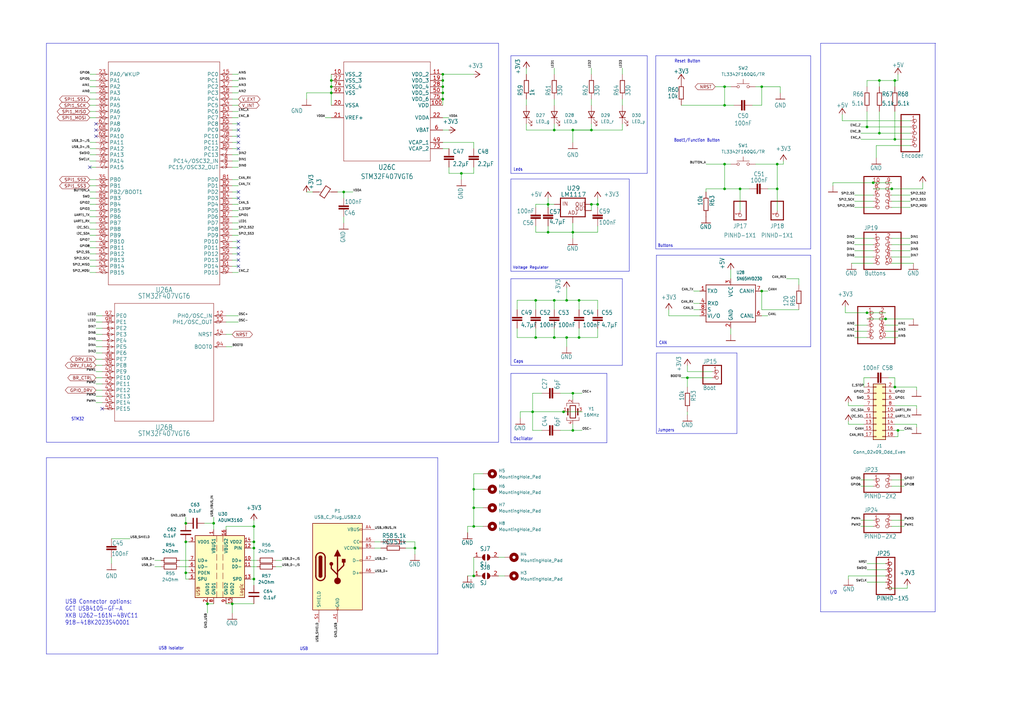
<source format=kicad_sch>
(kicad_sch
	(version 20250114)
	(generator "eeschema")
	(generator_version "9.0")
	(uuid "4cd24381-ef0a-4fc3-9080-2f3d7a881fa0")
	(paper "A3")
	
	(text "Oscillator"
		(exclude_from_sim no)
		(at 210.566 180.848 0)
		(effects
			(font
				(size 1.27 1.0795)
			)
			(justify left bottom)
		)
		(uuid "0a460622-1fd8-4854-b6a0-56e64b4b0ae3")
	)
	(text "I/O"
		(exclude_from_sim no)
		(at 340.36 243.84 0)
		(effects
			(font
				(size 1.27 1.0795)
			)
			(justify left bottom)
		)
		(uuid "0b500d5d-857f-4d84-8981-369f92eb97b6")
	)
	(text "Jumpers"
		(exclude_from_sim no)
		(at 269.748 177.292 0)
		(effects
			(font
				(size 1.27 1.0795)
			)
			(justify left bottom)
		)
		(uuid "12565cf4-442f-4dbd-85fa-83282b6c2e14")
	)
	(text "STM32"
		(exclude_from_sim no)
		(at 29.21 172.72 0)
		(effects
			(font
				(size 1.27 1.0795)
			)
			(justify left bottom)
		)
		(uuid "338edd2e-5846-4ed8-b03a-02aaba45fb11")
	)
	(text "USB"
		(exclude_from_sim no)
		(at 122.936 266.954 0)
		(effects
			(font
				(size 1.27 1.0795)
			)
			(justify left bottom)
		)
		(uuid "4207712e-96ec-4ad3-8105-4bb4852172b7")
	)
	(text "USB Connector options:\nGCT USB4105-GF-A\nXKB U262-161N-4BVC11\n918-418K2023S40001"
		(exclude_from_sim no)
		(at 26.67 256.54 0)
		(effects
			(font
				(size 1.778 1.5113)
			)
			(justify left bottom)
		)
		(uuid "50928061-8a83-43a9-87b9-94f46165cb88")
	)
	(text "Boot1/Function Button"
		(exclude_from_sim no)
		(at 276.352 58.42 0)
		(effects
			(font
				(size 1.27 1.0795)
			)
			(justify left bottom)
		)
		(uuid "5811032a-1597-4a4c-a7a3-d8e2c86e2053")
	)
	(text "Voltage Regulator"
		(exclude_from_sim no)
		(at 210.312 110.49 0)
		(effects
			(font
				(size 1.0795 1.0795)
			)
			(justify left bottom)
		)
		(uuid "5aa86ef3-98c5-4aa0-95b4-06dd013edb64")
	)
	(text "USB Isolator"
		(exclude_from_sim no)
		(at 65.024 266.7 0)
		(effects
			(font
				(size 1.27 1.0795)
			)
			(justify left bottom)
		)
		(uuid "67debb50-1335-40e2-ad5d-ee9d9b604a07")
	)
	(text "CAN"
		(exclude_from_sim no)
		(at 270.256 141.478 0)
		(effects
			(font
				(size 1.27 1.0795)
			)
			(justify left bottom)
		)
		(uuid "6db5d67a-cc58-4f23-9b96-8a73308bae06")
	)
	(text "Caps"
		(exclude_from_sim no)
		(at 210.566 149.098 0)
		(effects
			(font
				(size 1.27 1.0795)
			)
			(justify left bottom)
		)
		(uuid "72109094-d9c8-40a7-b95d-13687325852a")
	)
	(text "Leds"
		(exclude_from_sim no)
		(at 210.566 70.358 0)
		(effects
			(font
				(size 1.27 1.0795)
			)
			(justify left bottom)
		)
		(uuid "89205ea3-a47b-42c3-960b-77913fa4acf7")
	)
	(text "Buttons"
		(exclude_from_sim no)
		(at 269.748 101.6 0)
		(effects
			(font
				(size 1.27 1.0795)
			)
			(justify left bottom)
		)
		(uuid "eed26fec-175b-4929-8089-63ded238b187")
	)
	(text "Reset Button"
		(exclude_from_sim no)
		(at 276.606 25.908 0)
		(effects
			(font
				(size 1.27 1.0795)
			)
			(justify left bottom)
		)
		(uuid "f998a4f2-3c6a-4171-9400-fb08a2549479")
	)
	(junction
		(at 181.61 35.56)
		(diameter 0)
		(color 0 0 0 0)
		(uuid "010b79e0-934b-4c47-b151-1cfd9eda702c")
	)
	(junction
		(at 218.44 168.91)
		(diameter 0)
		(color 0 0 0 0)
		(uuid "01232a58-c264-416a-88eb-14035b9f0946")
	)
	(junction
		(at 234.95 176.53)
		(diameter 0)
		(color 0 0 0 0)
		(uuid "044f5202-ae0b-40ac-9345-4cfdffc2b018")
	)
	(junction
		(at 194.31 236.22)
		(diameter 0)
		(color 0 0 0 0)
		(uuid "0791c98c-b2a5-4897-9a88-66186f0f6212")
	)
	(junction
		(at 140.97 78.74)
		(diameter 0)
		(color 0 0 0 0)
		(uuid "0cde37ae-4449-45cf-b0f4-ccebc6485d03")
	)
	(junction
		(at 104.14 237.49)
		(diameter 0)
		(color 0 0 0 0)
		(uuid "0fdc7f81-3909-47c4-a8be-e2216c45f4d3")
	)
	(junction
		(at 297.18 35.56)
		(diameter 0)
		(color 0 0 0 0)
		(uuid "11738ed3-7987-485e-a886-ae602b0adf98")
	)
	(junction
		(at 365.76 77.47)
		(diameter 0)
		(color 0 0 0 0)
		(uuid "15c11c72-cafc-45c7-9f2c-a35c2dd03671")
	)
	(junction
		(at 135.89 38.1)
		(diameter 0)
		(color 0 0 0 0)
		(uuid "162e8bfd-71f9-4c46-b3de-0df5692ad9d0")
	)
	(junction
		(at 224.79 95.25)
		(diameter 0)
		(color 0 0 0 0)
		(uuid "179a248d-d2da-4e7d-849f-486a0fd82043")
	)
	(junction
		(at 76.2 222.25)
		(diameter 0)
		(color 0 0 0 0)
		(uuid "1ae6e937-e4d7-47fa-ae16-00043a2e2cc1")
	)
	(junction
		(at 360.68 33.02)
		(diameter 0)
		(color 0 0 0 0)
		(uuid "1c8b0568-2cbd-4d94-9e91-74892f19bba2")
	)
	(junction
		(at 367.03 158.75)
		(diameter 0)
		(color 0 0 0 0)
		(uuid "22975299-f17b-4120-9595-ff8eee9d2209")
	)
	(junction
		(at 219.71 138.43)
		(diameter 0)
		(color 0 0 0 0)
		(uuid "25b2d5fa-598a-4e38-a805-c55001d6bf3c")
	)
	(junction
		(at 227.33 138.43)
		(diameter 0)
		(color 0 0 0 0)
		(uuid "26a8e897-49a9-4b57-a996-18501af8538f")
	)
	(junction
		(at 104.14 222.25)
		(diameter 0)
		(color 0 0 0 0)
		(uuid "27f8150e-3e16-4d83-b7da-983236ed7284")
	)
	(junction
		(at 135.89 35.56)
		(diameter 0)
		(color 0 0 0 0)
		(uuid "2d32ad1c-4181-4f58-b3de-64ef5b51408d")
	)
	(junction
		(at 297.18 67.31)
		(diameter 0)
		(color 0 0 0 0)
		(uuid "2fca7a11-ba20-445a-afa2-43ae3519b690")
	)
	(junction
		(at 231.14 168.91)
		(diameter 0)
		(color 0 0 0 0)
		(uuid "33a90520-f878-4301-b068-10c661bbb3f4")
	)
	(junction
		(at 245.11 83.82)
		(diameter 0)
		(color 0 0 0 0)
		(uuid "342b00a3-8688-4d6f-97f5-7bcfd471e43a")
	)
	(junction
		(at 367.03 57.15)
		(diameter 0)
		(color 0 0 0 0)
		(uuid "3671c4fa-e23c-4e4e-9f7c-5c7e72df968c")
	)
	(junction
		(at 297.18 43.18)
		(diameter 0)
		(color 0 0 0 0)
		(uuid "38b79daf-36f0-4f86-a4ba-b359589b3297")
	)
	(junction
		(at 312.42 35.56)
		(diameter 0)
		(color 0 0 0 0)
		(uuid "3fdbccaa-e96f-4124-934d-4e0b776aac76")
	)
	(junction
		(at 194.31 215.9)
		(diameter 0)
		(color 0 0 0 0)
		(uuid "43722d3e-5fa7-4b6a-a76e-bf20eaf6e6ea")
	)
	(junction
		(at 234.95 53.34)
		(diameter 0)
		(color 0 0 0 0)
		(uuid "4dbb49d8-92c1-4fa0-b910-55becd90f417")
	)
	(junction
		(at 76.2 214.63)
		(diameter 0)
		(color 0 0 0 0)
		(uuid "5294186c-a8db-4806-b966-9c7487cbc519")
	)
	(junction
		(at 242.57 83.82)
		(diameter 0)
		(color 0 0 0 0)
		(uuid "558e3b89-f2dc-42ad-a343-ca74a10b1bb3")
	)
	(junction
		(at 232.41 123.19)
		(diameter 0)
		(color 0 0 0 0)
		(uuid "5c095701-beec-4647-91ee-cec622c5cd0f")
	)
	(junction
		(at 219.71 123.19)
		(diameter 0)
		(color 0 0 0 0)
		(uuid "5f8eb759-5fc7-420a-9d45-b94284544376")
	)
	(junction
		(at 181.61 38.1)
		(diameter 0)
		(color 0 0 0 0)
		(uuid "61806514-3780-4839-9112-85ab5d146a5c")
	)
	(junction
		(at 224.79 83.82)
		(diameter 0)
		(color 0 0 0 0)
		(uuid "6181cded-8747-4255-b663-a9270239f1f1")
	)
	(junction
		(at 104.14 224.79)
		(diameter 0)
		(color 0 0 0 0)
		(uuid "6365110b-39a9-4860-8ff5-241296a0a3ea")
	)
	(junction
		(at 181.61 40.64)
		(diameter 0)
		(color 0 0 0 0)
		(uuid "68ab1aef-5085-4897-a8c0-045c8a4cbea8")
	)
	(junction
		(at 358.14 74.93)
		(diameter 0)
		(color 0 0 0 0)
		(uuid "7d55df70-ee1a-4842-a940-859533870bf0")
	)
	(junction
		(at 363.22 130.81)
		(diameter 0)
		(color 0 0 0 0)
		(uuid "84bc4df4-e211-45bd-a2a6-35624ac771b2")
	)
	(junction
		(at 95.25 247.65)
		(diameter 0)
		(color 0 0 0 0)
		(uuid "85787eb3-85dc-4bde-91d7-89cdc23fabac")
	)
	(junction
		(at 312.42 119.38)
		(diameter 0)
		(color 0 0 0 0)
		(uuid "88735d38-5926-440e-a841-6f0e9e735c4e")
	)
	(junction
		(at 355.6 128.27)
		(diameter 0)
		(color 0 0 0 0)
		(uuid "8dae98ed-cbf8-4444-ad4b-6dedff817c9e")
	)
	(junction
		(at 367.03 33.02)
		(diameter 0)
		(color 0 0 0 0)
		(uuid "8de2c57d-1e6a-4472-8eba-63ecb8df4dad")
	)
	(junction
		(at 318.77 67.31)
		(diameter 0)
		(color 0 0 0 0)
		(uuid "9b36882f-ae14-4e97-8b22-ea205f85f10b")
	)
	(junction
		(at 281.94 154.94)
		(diameter 0)
		(color 0 0 0 0)
		(uuid "9f27bb7a-5c8c-41af-800b-614d4544a1fd")
	)
	(junction
		(at 85.09 247.65)
		(diameter 0)
		(color 0 0 0 0)
		(uuid "a1be23df-a9a6-45de-aaef-503e10fb1323")
	)
	(junction
		(at 368.3 176.53)
		(diameter 0)
		(color 0 0 0 0)
		(uuid "a2f87b4c-51dd-4de9-99da-ecb0abf48f7a")
	)
	(junction
		(at 87.63 214.63)
		(diameter 0)
		(color 0 0 0 0)
		(uuid "a3e298eb-fe69-4d1e-8351-982a8271a78b")
	)
	(junction
		(at 234.95 161.29)
		(diameter 0)
		(color 0 0 0 0)
		(uuid "a648e6db-1cb8-465d-ae3a-0b1b821a68ba")
	)
	(junction
		(at 194.31 200.66)
		(diameter 0)
		(color 0 0 0 0)
		(uuid "a7ef7365-45be-4909-847a-0edd3227fb77")
	)
	(junction
		(at 232.41 138.43)
		(diameter 0)
		(color 0 0 0 0)
		(uuid "a8786951-375b-4fee-9edb-e1d298f06b5a")
	)
	(junction
		(at 360.68 54.61)
		(diameter 0)
		(color 0 0 0 0)
		(uuid "ad5f1041-baba-4848-8d5c-8aa6698071ae")
	)
	(junction
		(at 318.77 77.47)
		(diameter 0)
		(color 0 0 0 0)
		(uuid "b34e7678-88d2-4c8c-b01f-8c589ce1606b")
	)
	(junction
		(at 104.14 215.9)
		(diameter 0)
		(color 0 0 0 0)
		(uuid "b47ea42b-43f0-420d-8ad4-cae4364b2278")
	)
	(junction
		(at 234.95 95.25)
		(diameter 0)
		(color 0 0 0 0)
		(uuid "bb57eedc-922c-4792-a291-c7b1233bac13")
	)
	(junction
		(at 227.33 53.34)
		(diameter 0)
		(color 0 0 0 0)
		(uuid "bb9d5bd1-5762-4fa7-8144-838832b872af")
	)
	(junction
		(at 194.31 208.28)
		(diameter 0)
		(color 0 0 0 0)
		(uuid "cb0ea476-a6be-48a9-84e9-810ee48ee96e")
	)
	(junction
		(at 355.6 52.07)
		(diameter 0)
		(color 0 0 0 0)
		(uuid "cd9b47fc-efd4-40c8-b08c-95e5d95dfdaf")
	)
	(junction
		(at 170.18 224.79)
		(diameter 0)
		(color 0 0 0 0)
		(uuid "d2381e7b-52ed-438a-80ff-6c8b8a1b821e")
	)
	(junction
		(at 181.61 30.48)
		(diameter 0)
		(color 0 0 0 0)
		(uuid "d40f769d-cf14-4e25-946a-cfb7b9c55d5a")
	)
	(junction
		(at 189.23 71.12)
		(diameter 0)
		(color 0 0 0 0)
		(uuid "d90e1444-9936-4769-a079-aa9c962f4d20")
	)
	(junction
		(at 135.89 33.02)
		(diameter 0)
		(color 0 0 0 0)
		(uuid "d9f2b5d3-9c26-46d6-b39e-176002497761")
	)
	(junction
		(at 181.61 33.02)
		(diameter 0)
		(color 0 0 0 0)
		(uuid "dedef0ea-15c9-49ab-9fcd-2533ab500259")
	)
	(junction
		(at 242.57 53.34)
		(diameter 0)
		(color 0 0 0 0)
		(uuid "e28b219e-3a28-496e-b1b2-eefab3997696")
	)
	(junction
		(at 76.2 234.95)
		(diameter 0)
		(color 0 0 0 0)
		(uuid "eb3f2cc5-f3c2-4d1b-ac5f-4f304835c890")
	)
	(junction
		(at 237.49 123.19)
		(diameter 0)
		(color 0 0 0 0)
		(uuid "ebefa6a3-bedf-4c59-954f-498b42d712ae")
	)
	(junction
		(at 297.18 77.47)
		(diameter 0)
		(color 0 0 0 0)
		(uuid "ec2913a9-267f-45d2-bf96-fbba99e3753a")
	)
	(junction
		(at 303.53 77.47)
		(diameter 0)
		(color 0 0 0 0)
		(uuid "ee27e369-9770-49cf-91e6-9aa83dc585a4")
	)
	(junction
		(at 237.49 138.43)
		(diameter 0)
		(color 0 0 0 0)
		(uuid "ef430c1c-1a34-4c6e-80d8-41187048e090")
	)
	(junction
		(at 227.33 123.19)
		(diameter 0)
		(color 0 0 0 0)
		(uuid "f54294c8-c6f9-44eb-a63f-888d8f74edb7")
	)
	(no_connect
		(at 97.79 109.22)
		(uuid "0aed50e7-be01-426d-9fee-579de72cdd02")
	)
	(no_connect
		(at 36.83 68.58)
		(uuid "113112c8-66f7-453f-9331-17fbe5892696")
	)
	(no_connect
		(at 97.79 78.74)
		(uuid "115b2754-b597-4358-872e-b3c7c84bf35a")
	)
	(no_connect
		(at 97.79 101.6)
		(uuid "1364a65d-7e92-4950-9bf0-15b2662a864e")
	)
	(no_connect
		(at 97.79 106.68)
		(uuid "1d941627-12f5-4656-8c1b-7b5484b853df")
	)
	(no_connect
		(at 41.91 167.64)
		(uuid "2eeea1df-4623-4a87-8797-7d49f6bd41c4")
	)
	(no_connect
		(at 97.79 104.14)
		(uuid "3c1fde23-834b-486a-be0e-149de5a873e6")
	)
	(no_connect
		(at 97.79 53.34)
		(uuid "40409f38-ddbe-4872-be4e-4963832aab4b")
	)
	(no_connect
		(at 39.37 50.8)
		(uuid "431b6929-0585-4ec8-a4aa-72cb65b8186d")
	)
	(no_connect
		(at 97.79 99.06)
		(uuid "4e6772ab-84ec-4c3e-a14b-3c69490cf518")
	)
	(no_connect
		(at 39.37 55.88)
		(uuid "c29e6ed9-4685-49aa-81bd-e84a22a9c6b7")
	)
	(no_connect
		(at 97.79 50.8)
		(uuid "c8f29373-c361-4c5f-a4c3-bbb70c517f50")
	)
	(no_connect
		(at 97.79 81.28)
		(uuid "d6b1d3ad-3ab3-46fd-b487-5bd73ec6e69b")
	)
	(no_connect
		(at 97.79 58.42)
		(uuid "db9b3b39-e609-489e-9faa-16825592065e")
	)
	(no_connect
		(at 97.79 55.88)
		(uuid "de68736e-76c1-492c-8e1a-ed302b0cc768")
	)
	(no_connect
		(at 97.79 60.96)
		(uuid "f2254955-8005-4548-b83d-fa24b5582b5a")
	)
	(no_connect
		(at 39.37 53.34)
		(uuid "f6a07888-d78e-4e14-bb92-a105c0d639f8")
	)
	(wire
		(pts
			(xy 234.95 53.34) (xy 234.95 58.42)
		)
		(stroke
			(width 0.1524)
			(type solid)
		)
		(uuid "00d25a45-6819-44e8-930f-c3489b508fcc")
	)
	(wire
		(pts
			(xy 95.25 247.65) (xy 95.25 251.46)
		)
		(stroke
			(width 0)
			(type default)
		)
		(uuid "00ef781a-b304-45e5-9651-c353fb7d9d32")
	)
	(wire
		(pts
			(xy 41.91 157.48) (xy 39.37 157.48)
		)
		(stroke
			(width 0.1524)
			(type solid)
		)
		(uuid "011a0f6f-79ec-4813-81fb-803893fd26bb")
	)
	(wire
		(pts
			(xy 41.91 165.1) (xy 39.37 165.1)
		)
		(stroke
			(width 0.1524)
			(type solid)
		)
		(uuid "01370067-6610-47a2-b837-6049445ddaa4")
	)
	(wire
		(pts
			(xy 125.73 38.1) (xy 135.89 38.1)
		)
		(stroke
			(width 0.1524)
			(type solid)
		)
		(uuid "033d2edb-ccf7-4552-9264-570d8611ee31")
	)
	(wire
		(pts
			(xy 39.37 63.5) (xy 36.83 63.5)
		)
		(stroke
			(width 0.1524)
			(type solid)
		)
		(uuid "0397ff6c-cfe5-49f0-a1b6-94d717a5f676")
	)
	(wire
		(pts
			(xy 346.71 125.73) (xy 346.71 128.27)
		)
		(stroke
			(width 0.1524)
			(type solid)
		)
		(uuid "0457c25a-ca93-4c9e-9932-84271300d411")
	)
	(wire
		(pts
			(xy 281.94 154.94) (xy 279.4 154.94)
		)
		(stroke
			(width 0.1524)
			(type solid)
		)
		(uuid "04e8e0e3-0fb8-4f7d-9fe0-698f61af2537")
	)
	(wire
		(pts
			(xy 95.25 91.44) (xy 97.79 91.44)
		)
		(stroke
			(width 0.1524)
			(type solid)
		)
		(uuid "05ba86fb-a785-48b1-aaab-686ba967260e")
	)
	(wire
		(pts
			(xy 95.25 30.48) (xy 97.79 30.48)
		)
		(stroke
			(width 0.1524)
			(type solid)
		)
		(uuid "06e6d3b5-c9bc-4cbf-84c9-fdfe15495a43")
	)
	(wire
		(pts
			(xy 39.37 68.58) (xy 36.83 68.58)
		)
		(stroke
			(width 0.1524)
			(type solid)
		)
		(uuid "06f01195-b579-4750-8114-2a22d89d972c")
	)
	(wire
		(pts
			(xy 39.37 48.26) (xy 36.83 48.26)
		)
		(stroke
			(width 0.1524)
			(type solid)
		)
		(uuid "07272880-dd40-4faa-a0d5-a00645e40ca2")
	)
	(wire
		(pts
			(xy 363.22 241.3) (xy 372.11 241.3)
		)
		(stroke
			(width 0.1524)
			(type solid)
		)
		(uuid "078ef809-fef3-48cd-b057-4056ddc75b93")
	)
	(wire
		(pts
			(xy 365.76 80.01) (xy 373.38 80.01)
		)
		(stroke
			(width 0.1524)
			(type solid)
		)
		(uuid "085fa638-39da-46ef-a00a-0572d5b5ce05")
	)
	(wire
		(pts
			(xy 104.14 222.25) (xy 102.87 222.25)
		)
		(stroke
			(width 0)
			(type default)
		)
		(uuid "09354b86-feb0-465a-8562-25f92e01598b")
	)
	(wire
		(pts
			(xy 373.38 52.07) (xy 355.6 52.07)
		)
		(stroke
			(width 0.1524)
			(type solid)
		)
		(uuid "0a67d4a1-a0dc-4178-bf52-600ba46a35db")
	)
	(wire
		(pts
			(xy 363.22 138.43) (xy 368.3 138.43)
		)
		(stroke
			(width 0.1524)
			(type solid)
		)
		(uuid "0a88c337-8347-4390-a7aa-255b877e5be4")
	)
	(wire
		(pts
			(xy 95.25 60.96) (xy 97.79 60.96)
		)
		(stroke
			(width 0.1524)
			(type solid)
		)
		(uuid "0aa1ec5d-e639-49c6-9d06-8c0216609344")
	)
	(wire
		(pts
			(xy 312.42 119.38) (xy 312.42 127)
		)
		(stroke
			(width 0.1524)
			(type solid)
		)
		(uuid "0bd9e8f8-5e18-46ec-b06b-0fbea4d654b6")
	)
	(wire
		(pts
			(xy 181.61 60.96) (xy 184.15 60.96)
		)
		(stroke
			(width 0.1524)
			(type solid)
		)
		(uuid "0bee82e5-68b2-4169-8433-72cf91dd3068")
	)
	(wire
		(pts
			(xy 347.98 236.22) (xy 363.22 236.22)
		)
		(stroke
			(width 0.1524)
			(type solid)
		)
		(uuid "0bf5eacf-ba25-44ee-b561-a617036fc571")
	)
	(polyline
		(pts
			(xy 209.55 149.86) (xy 255.27 149.86)
		)
		(stroke
			(width 0.1524)
			(type solid)
		)
		(uuid "0ce68aab-40e1-4c7c-9175-f2e30065b2a3")
	)
	(wire
		(pts
			(xy 347.98 173.99) (xy 347.98 172.72)
		)
		(stroke
			(width 0)
			(type default)
		)
		(uuid "0da24f01-6d86-470f-b8bd-33d51a0bd17b")
	)
	(wire
		(pts
			(xy 279.4 43.18) (xy 297.18 43.18)
		)
		(stroke
			(width 0.1524)
			(type solid)
		)
		(uuid "0eb3bf2d-358a-4da0-8430-9b61a26629ee")
	)
	(polyline
		(pts
			(xy 209.55 153.162) (xy 209.55 181.61)
		)
		(stroke
			(width 0.1524)
			(type solid)
		)
		(uuid "0ef72b09-9a01-4b7c-8d5f-2c4dc7dbc6f8")
	)
	(wire
		(pts
			(xy 297.18 43.18) (xy 300.99 43.18)
		)
		(stroke
			(width 0.1524)
			(type solid)
		)
		(uuid "0f307c0b-5125-43c9-9daa-d7e9051ef531")
	)
	(wire
		(pts
			(xy 358.14 199.39) (xy 353.06 199.39)
		)
		(stroke
			(width 0.1524)
			(type solid)
		)
		(uuid "10a9bdab-c6d2-4a3c-900c-86baa182d12a")
	)
	(wire
		(pts
			(xy 356.87 154.94) (xy 354.33 154.94)
		)
		(stroke
			(width 0)
			(type default)
		)
		(uuid "10ba4afd-4ea3-46cb-90dc-5fe4a09b695e")
	)
	(wire
		(pts
			(xy 358.14 97.79) (xy 350.52 97.79)
		)
		(stroke
			(width 0.1524)
			(type solid)
		)
		(uuid "1147953e-1232-4f70-8278-6ec7c036ccd6")
	)
	(wire
		(pts
			(xy 212.09 123.19) (xy 212.09 127)
		)
		(stroke
			(width 0.1524)
			(type solid)
		)
		(uuid "11650476-cba9-4d5e-9fae-e959a2744ad1")
	)
	(wire
		(pts
			(xy 41.91 154.94) (xy 39.37 154.94)
		)
		(stroke
			(width 0.1524)
			(type solid)
		)
		(uuid "125b7ad1-93d4-4822-9122-d286e0e2791d")
	)
	(polyline
		(pts
			(xy 268.986 102.108) (xy 332.486 102.108)
		)
		(stroke
			(width 0.1524)
			(type solid)
		)
		(uuid "12b4e7ff-f97a-45a0-8757-9c897be412af")
	)
	(polyline
		(pts
			(xy 19.05 187.706) (xy 19.05 268.224)
		)
		(stroke
			(width 0.1524)
			(type solid)
		)
		(uuid "130028bd-4db2-45e4-808d-a6611044f8b5")
	)
	(wire
		(pts
			(xy 104.14 213.36) (xy 104.14 215.9)
		)
		(stroke
			(width 0)
			(type default)
		)
		(uuid "13c08a0d-cb44-4507-b127-0a5120631458")
	)
	(wire
		(pts
			(xy 218.44 168.91) (xy 231.14 168.91)
		)
		(stroke
			(width 0)
			(type default)
		)
		(uuid "163debca-2f43-468c-a5e2-e1f47ef069b5")
	)
	(polyline
		(pts
			(xy 19.05 181.356) (xy 19.05 17.78)
		)
		(stroke
			(width 0.1524)
			(type solid)
		)
		(uuid "16b6e2d0-120e-4ee0-949e-8de70d0af030")
	)
	(wire
		(pts
			(xy 39.37 78.74) (xy 36.83 78.74)
		)
		(stroke
			(width 0.1524)
			(type solid)
		)
		(uuid "178aab5a-e5e0-4e78-96a1-d2cdfea760fc")
	)
	(wire
		(pts
			(xy 95.25 55.88) (xy 97.79 55.88)
		)
		(stroke
			(width 0.1524)
			(type solid)
		)
		(uuid "190a6c2f-1110-4fe3-9b86-838a9635ff19")
	)
	(wire
		(pts
			(xy 41.91 147.32) (xy 39.37 147.32)
		)
		(stroke
			(width 0.1524)
			(type solid)
		)
		(uuid "19363da9-3aed-439e-8120-b7746dbbf276")
	)
	(wire
		(pts
			(xy 95.25 38.1) (xy 97.79 38.1)
		)
		(stroke
			(width 0.1524)
			(type solid)
		)
		(uuid "1a552d7f-ed7b-46e0-b0dd-87a88bcd779a")
	)
	(wire
		(pts
			(xy 95.25 45.72) (xy 97.79 45.72)
		)
		(stroke
			(width 0.1524)
			(type solid)
		)
		(uuid "1acae050-6f70-46e3-bbde-68f334a84f21")
	)
	(wire
		(pts
			(xy 218.44 168.91) (xy 218.44 161.29)
		)
		(stroke
			(width 0.1524)
			(type solid)
		)
		(uuid "1affc26c-44f5-46ee-87f8-ccfee300d5c8")
	)
	(wire
		(pts
			(xy 297.18 35.56) (xy 299.72 35.56)
		)
		(stroke
			(width 0)
			(type default)
		)
		(uuid "1b2e647e-4b79-4ccb-aefc-85371dc048bd")
	)
	(wire
		(pts
			(xy 39.37 58.42) (xy 36.83 58.42)
		)
		(stroke
			(width 0.1524)
			(type solid)
		)
		(uuid "1b545145-e86f-4033-abd7-011d1a3a900c")
	)
	(wire
		(pts
			(xy 181.61 30.48) (xy 181.61 33.02)
		)
		(stroke
			(width 0.1524)
			(type solid)
		)
		(uuid "1b7a572c-7bec-4231-8f45-538f92828d24")
	)
	(polyline
		(pts
			(xy 248.92 153.162) (xy 209.55 153.162)
		)
		(stroke
			(width 0.1524)
			(type solid)
		)
		(uuid "1d1b2e8b-af6a-428b-91a2-3c1aed80f94c")
	)
	(wire
		(pts
			(xy 287.02 119.38) (xy 284.48 119.38)
		)
		(stroke
			(width 0.1524)
			(type solid)
		)
		(uuid "1f0cef72-86c0-4a2c-8032-3429c6b15bf0")
	)
	(wire
		(pts
			(xy 104.14 224.79) (xy 104.14 222.25)
		)
		(stroke
			(width 0)
			(type default)
		)
		(uuid "1fc897dd-2181-474b-b60c-f388851bf571")
	)
	(wire
		(pts
			(xy 39.37 66.04) (xy 36.83 66.04)
		)
		(stroke
			(width 0.1524)
			(type solid)
		)
		(uuid "20d8ca03-a73c-4f8a-a289-0cc40f432874")
	)
	(wire
		(pts
			(xy 41.91 134.62) (xy 39.37 134.62)
		)
		(stroke
			(width 0.1524)
			(type solid)
		)
		(uuid "21ab9887-866d-456f-98a3-1f3c13326b3f")
	)
	(wire
		(pts
			(xy 355.6 33.02) (xy 360.68 33.02)
		)
		(stroke
			(width 0.1524)
			(type solid)
		)
		(uuid "229bfb36-5dad-4332-a7a9-9f32af5f3f84")
	)
	(wire
		(pts
			(xy 363.22 231.14) (xy 355.6 231.14)
		)
		(stroke
			(width 0.1524)
			(type solid)
		)
		(uuid "240ebabc-1507-43d0-91c9-49ed814dd349")
	)
	(wire
		(pts
			(xy 184.15 71.12) (xy 189.23 71.12)
		)
		(stroke
			(width 0.1524)
			(type solid)
		)
		(uuid "24325f21-081b-4933-bb3c-d1a9e79a7ee6")
	)
	(wire
		(pts
			(xy 224.79 85.09) (xy 224.79 83.82)
		)
		(stroke
			(width 0)
			(type default)
		)
		(uuid "265bd3cd-a4ed-4f25-9d30-4d33cd0cb79c")
	)
	(wire
		(pts
			(xy 354.33 173.99) (xy 347.98 173.99)
		)
		(stroke
			(width 0)
			(type default)
		)
		(uuid "26e199a9-4e41-441b-9630-e34cb629ffc0")
	)
	(wire
		(pts
			(xy 207.01 228.6) (xy 204.47 228.6)
		)
		(stroke
			(width 0.1524)
			(type solid)
		)
		(uuid "2715bc3a-6ef9-4c63-a050-fb7f50fce4de")
	)
	(wire
		(pts
			(xy 274.32 127) (xy 274.32 129.54)
		)
		(stroke
			(width 0.1524)
			(type solid)
		)
		(uuid "271cc44c-87f7-4169-a4a3-4705ab8138d2")
	)
	(wire
		(pts
			(xy 76.2 222.25) (xy 76.2 234.95)
		)
		(stroke
			(width 0)
			(type default)
		)
		(uuid "27792877-5ad6-4958-a592-b60cc42bc65f")
	)
	(polyline
		(pts
			(xy 265.43 22.86) (xy 265.43 71.12)
		)
		(stroke
			(width 0.1524)
			(type solid)
		)
		(uuid "28869c9b-738f-4094-b689-59ade250d296")
	)
	(wire
		(pts
			(xy 231.14 168.91) (xy 238.76 168.91)
		)
		(stroke
			(width 0)
			(type default)
		)
		(uuid "28a2c509-4b89-4ac1-9f76-dc14311ac7de")
	)
	(wire
		(pts
			(xy 39.37 111.76) (xy 36.83 111.76)
		)
		(stroke
			(width 0.1524)
			(type solid)
		)
		(uuid "2924e1ce-37f7-4064-a863-55d87ba7c31e")
	)
	(wire
		(pts
			(xy 140.97 81.28) (xy 140.97 78.74)
		)
		(stroke
			(width 0.1524)
			(type solid)
		)
		(uuid "2a8a3b6d-f64d-4ebe-bbf9-c59b52adfb14")
	)
	(polyline
		(pts
			(xy 302.26 177.8) (xy 302.26 144.78)
		)
		(stroke
			(width 0.1524)
			(type solid)
		)
		(uuid "2c5df84b-7043-4d88-8f2b-a2f5746275f2")
	)
	(wire
		(pts
			(xy 229.87 176.53) (xy 234.95 176.53)
		)
		(stroke
			(width 0.1524)
			(type solid)
		)
		(uuid "2ca75c19-1a69-4d90-ae70-cff71e8a9803")
	)
	(wire
		(pts
			(xy 95.25 81.28) (xy 97.79 81.28)
		)
		(stroke
			(width 0.1524)
			(type solid)
		)
		(uuid "2d652971-f4d6-409a-b7a1-7bedc424c129")
	)
	(polyline
		(pts
			(xy 269.24 177.8) (xy 302.26 177.8)
		)
		(stroke
			(width 0.1524)
			(type solid)
		)
		(uuid "2dcc16bf-cec7-42ff-a737-61f062eef892")
	)
	(wire
		(pts
			(xy 102.87 224.79) (xy 104.14 224.79)
		)
		(stroke
			(width 0)
			(type default)
		)
		(uuid "2ef5cea0-36f1-4aae-b2a1-e20f05836615")
	)
	(wire
		(pts
			(xy 355.6 128.27) (xy 363.22 128.27)
		)
		(stroke
			(width 0)
			(type default)
		)
		(uuid "2fa7c76e-d0fc-4476-93ba-9dffcabf2d5c")
	)
	(wire
		(pts
			(xy 355.6 45.72) (xy 355.6 52.07)
		)
		(stroke
			(width 0.1524)
			(type solid)
		)
		(uuid "2fc4aaa5-95ba-4f6e-962f-868b5059e549")
	)
	(wire
		(pts
			(xy 378.46 74.93) (xy 378.46 77.47)
		)
		(stroke
			(width 0.1524)
			(type solid)
		)
		(uuid "30ab9fbf-542b-4fd9-bf1d-e94057746dfe")
	)
	(wire
		(pts
			(xy 367.03 45.72) (xy 367.03 57.15)
		)
		(stroke
			(width 0.1524)
			(type solid)
		)
		(uuid "30e10042-3711-4b6d-b231-d6937d11bb69")
	)
	(wire
		(pts
			(xy 321.31 67.31) (xy 318.77 67.31)
		)
		(stroke
			(width 0)
			(type default)
		)
		(uuid "313ac809-4db8-4133-98b3-d8c46f22fdd8")
	)
	(wire
		(pts
			(xy 115.57 229.87) (xy 113.03 229.87)
		)
		(stroke
			(width 0)
			(type default)
		)
		(uuid "315a8ba8-6623-493d-befb-fe5076bb2365")
	)
	(wire
		(pts
			(xy 318.77 86.36) (xy 318.77 77.47)
		)
		(stroke
			(width 0.1524)
			(type solid)
		)
		(uuid "345ac8a6-b655-4fb6-9b63-93419d3b71ec")
	)
	(wire
		(pts
			(xy 224.79 95.25) (xy 219.71 95.25)
		)
		(stroke
			(width 0.1524)
			(type solid)
		)
		(uuid "34646ba7-ef1a-4c2c-9f08-bad50fd434ec")
	)
	(wire
		(pts
			(xy 347.98 166.37) (xy 347.98 165.1)
		)
		(stroke
			(width 0)
			(type default)
		)
		(uuid "34a7c49e-72aa-4c63-b708-bc3be7020b75")
	)
	(wire
		(pts
			(xy 189.23 71.12) (xy 189.23 73.66)
		)
		(stroke
			(width 0.1524)
			(type solid)
		)
		(uuid "34e58e08-71c2-4be1-ab59-31a0e555c11d")
	)
	(wire
		(pts
			(xy 181.61 40.64) (xy 181.61 43.18)
		)
		(stroke
			(width 0.1524)
			(type solid)
		)
		(uuid "36f0e450-cb05-4a31-ba17-4a37b844b3cf")
	)
	(wire
		(pts
			(xy 358.14 107.95) (xy 349.25 107.95)
		)
		(stroke
			(width 0.1524)
			(type solid)
		)
		(uuid "3792bad2-a656-44fb-9f81-26e68a4235c1")
	)
	(wire
		(pts
			(xy 194.31 236.22) (xy 191.77 236.22)
		)
		(stroke
			(width 0.1524)
			(type solid)
		)
		(uuid "39869a9d-88e8-48b9-903b-a470b865694a")
	)
	(wire
		(pts
			(xy 39.37 83.82) (xy 36.83 83.82)
		)
		(stroke
			(width 0.1524)
			(type solid)
		)
		(uuid "3a38b11e-6928-4f62-99fa-be607014b0eb")
	)
	(wire
		(pts
			(xy 312.42 129.54) (xy 314.96 129.54)
		)
		(stroke
			(width 0.1524)
			(type solid)
		)
		(uuid "3a39b5ce-9415-4bbc-b76a-d82454f73122")
	)
	(wire
		(pts
			(xy 39.37 73.66) (xy 36.83 73.66)
		)
		(stroke
			(width 0.1524)
			(type solid)
		)
		(uuid "3b195012-58f7-418f-a446-c5c98c4fee68")
	)
	(wire
		(pts
			(xy 234.95 95.25) (xy 234.95 91.44)
		)
		(stroke
			(width 0.1524)
			(type solid)
		)
		(uuid "3bbb4d03-6a99-479c-b8b4-39229125d307")
	)
	(wire
		(pts
			(xy 308.61 43.18) (xy 312.42 43.18)
		)
		(stroke
			(width 0.1524)
			(type solid)
		)
		(uuid "3be66bcf-566d-4c6e-b0d4-b9331f9dde3a")
	)
	(wire
		(pts
			(xy 97.79 50.8) (xy 95.25 50.8)
		)
		(stroke
			(width 0)
			(type default)
		)
		(uuid "3c28dfce-aacd-443d-97f7-21468db0b67f")
	)
	(polyline
		(pts
			(xy 302.26 144.78) (xy 269.24 144.78)
		)
		(stroke
			(width 0.1524)
			(type solid)
		)
		(uuid "3c312f84-d607-4361-a152-e70e2281f16a")
	)
	(wire
		(pts
			(xy 297.18 67.31) (xy 299.72 67.31)
		)
		(stroke
			(width 0)
			(type default)
		)
		(uuid "3c4cc1bf-77e9-4ef3-b4ad-5110a63bd378")
	)
	(wire
		(pts
			(xy 358.14 215.9) (xy 353.06 215.9)
		)
		(stroke
			(width 0.1524)
			(type solid)
		)
		(uuid "3cad925a-a256-41ab-a5be-32797b3862e5")
	)
	(wire
		(pts
			(xy 375.92 158.75) (xy 367.03 158.75)
		)
		(stroke
			(width 0)
			(type default)
		)
		(uuid "3cd6a59e-0aa2-4490-b031-efd4a667d0c3")
	)
	(wire
		(pts
			(xy 39.37 45.72) (xy 36.83 45.72)
		)
		(stroke
			(width 0.1524)
			(type solid)
		)
		(uuid "3d1bc63e-6374-4981-bce5-730f4de6f26c")
	)
	(wire
		(pts
			(xy 232.41 123.19) (xy 232.41 118.11)
		)
		(stroke
			(width 0.1524)
			(type solid)
		)
		(uuid "3d70e18d-dc09-42d4-a4bb-fadbb5965d90")
	)
	(wire
		(pts
			(xy 354.33 166.37) (xy 347.98 166.37)
		)
		(stroke
			(width 0)
			(type default)
		)
		(uuid "3e81ddf2-92f6-48c2-bd09-ed1ac5f6589c")
	)
	(wire
		(pts
			(xy 41.91 149.86) (xy 39.37 149.86)
		)
		(stroke
			(width 0.1524)
			(type solid)
		)
		(uuid "3febf5fd-348f-4ee9-95b6-54aeec1bbd91")
	)
	(wire
		(pts
			(xy 135.89 38.1) (xy 135.89 43.18)
		)
		(stroke
			(width 0.1524)
			(type solid)
		)
		(uuid "400cf4f2-055b-49fb-9238-bb48d3e881a9")
	)
	(wire
		(pts
			(xy 77.47 237.49) (xy 76.2 237.49)
		)
		(stroke
			(width 0)
			(type default)
		)
		(uuid "403a8b6f-d4ad-4408-bc41-55ab491f6065")
	)
	(wire
		(pts
			(xy 309.88 35.56) (xy 312.42 35.56)
		)
		(stroke
			(width 0.1524)
			(type solid)
		)
		(uuid "40655668-5692-4426-83b9-2c5354b25e4e")
	)
	(wire
		(pts
			(xy 83.82 214.63) (xy 87.63 214.63)
		)
		(stroke
			(width 0)
			(type default)
		)
		(uuid "40ddfc60-14e1-4cdc-bdd9-b03910fa8047")
	)
	(wire
		(pts
			(xy 281.94 170.18) (xy 281.94 168.91)
		)
		(stroke
			(width 0.1524)
			(type solid)
		)
		(uuid "40e88ff1-95eb-46e7-95a1-0e75d3f1d803")
	)
	(polyline
		(pts
			(xy 255.27 149.86) (xy 255.27 114.3)
		)
		(stroke
			(width 0.1524)
			(type solid)
		)
		(uuid "41bc6796-fec5-40ee-8ed3-9e9fc7eee24a")
	)
	(polyline
		(pts
			(xy 179.578 268.224) (xy 179.578 187.706)
		)
		(stroke
			(width 0.1524)
			(type solid)
		)
		(uuid "43939279-f7de-4ee5-ab1f-5ccf03980d0e")
	)
	(wire
		(pts
			(xy 95.25 73.66) (xy 97.79 73.66)
		)
		(stroke
			(width 0.1524)
			(type solid)
		)
		(uuid "43f07088-5d87-4433-8213-0421de392a04")
	)
	(wire
		(pts
			(xy 194.31 200.66) (xy 194.31 208.28)
		)
		(stroke
			(width 0.1524)
			(type solid)
		)
		(uuid "446f18c9-585b-4c60-ab80-d971af16a23c")
	)
	(wire
		(pts
			(xy 292.1 152.4) (xy 281.94 152.4)
		)
		(stroke
			(width 0.1524)
			(type solid)
		)
		(uuid "44823e63-dcd3-4dbc-aa0e-4fe148f5aeb4")
	)
	(wire
		(pts
			(xy 198.12 208.28) (xy 194.31 208.28)
		)
		(stroke
			(width 0)
			(type default)
		)
		(uuid "457d56f0-31ff-4974-a8be-ea38fe34f721")
	)
	(wire
		(pts
			(xy 358.14 102.87) (xy 350.52 102.87)
		)
		(stroke
			(width 0.1524)
			(type solid)
		)
		(uuid "46653f46-113b-497c-8fa7-e81cd6a92044")
	)
	(wire
		(pts
			(xy 215.9 53.34) (xy 215.9 50.8)
		)
		(stroke
			(width 0.1524)
			(type solid)
		)
		(uuid "46ada773-29c8-4678-8250-cfc21ca6ea88")
	)
	(wire
		(pts
			(xy 227.33 83.82) (xy 224.79 83.82)
		)
		(stroke
			(width 0.1524)
			(type solid)
		)
		(uuid "472ac9e9-65a8-4166-9c44-3ac621cd4960")
	)
	(polyline
		(pts
			(xy 332.486 104.648) (xy 332.486 142.24)
		)
		(stroke
			(width 0.1524)
			(type solid)
		)
		(uuid "474b0196-70ce-4dc2-9bf5-6cbd4eaa5f8f")
	)
	(wire
		(pts
			(xy 125.73 38.1) (xy 125.73 40.64)
		)
		(stroke
			(width 0.1524)
			(type solid)
		)
		(uuid "4806fc98-3e5b-43ab-ad53-b2ee3da7b3f3")
	)
	(wire
		(pts
			(xy 365.76 105.41) (xy 373.38 105.41)
		)
		(stroke
			(width 0.1524)
			(type solid)
		)
		(uuid "4829727b-2347-4fd4-907e-b4627200e746")
	)
	(wire
		(pts
			(xy 215.9 53.34) (xy 227.33 53.34)
		)
		(stroke
			(width 0.1524)
			(type solid)
		)
		(uuid "492914d2-064a-4e5f-89f0-39fa4bdd72ba")
	)
	(wire
		(pts
			(xy 234.95 53.34) (xy 242.57 53.34)
		)
		(stroke
			(width 0.1524)
			(type solid)
		)
		(uuid "4975286f-8f6d-4898-b547-ff8159abad12")
	)
	(wire
		(pts
			(xy 237.49 138.43) (xy 237.49 134.62)
		)
		(stroke
			(width 0.1524)
			(type solid)
		)
		(uuid "49ced561-dad2-4d51-9d0a-6c47b26e1cd5")
	)
	(wire
		(pts
			(xy 95.25 43.18) (xy 97.79 43.18)
		)
		(stroke
			(width 0.1524)
			(type solid)
		)
		(uuid "4abb4406-58b3-4ac7-a219-a6c1578a12af")
	)
	(wire
		(pts
			(xy 181.61 58.42) (xy 194.31 58.42)
		)
		(stroke
			(width 0.1524)
			(type solid)
		)
		(uuid "4cb0e64e-39ba-4c04-87d3-439a77ee9e3e")
	)
	(wire
... [232194 chars truncated]
</source>
